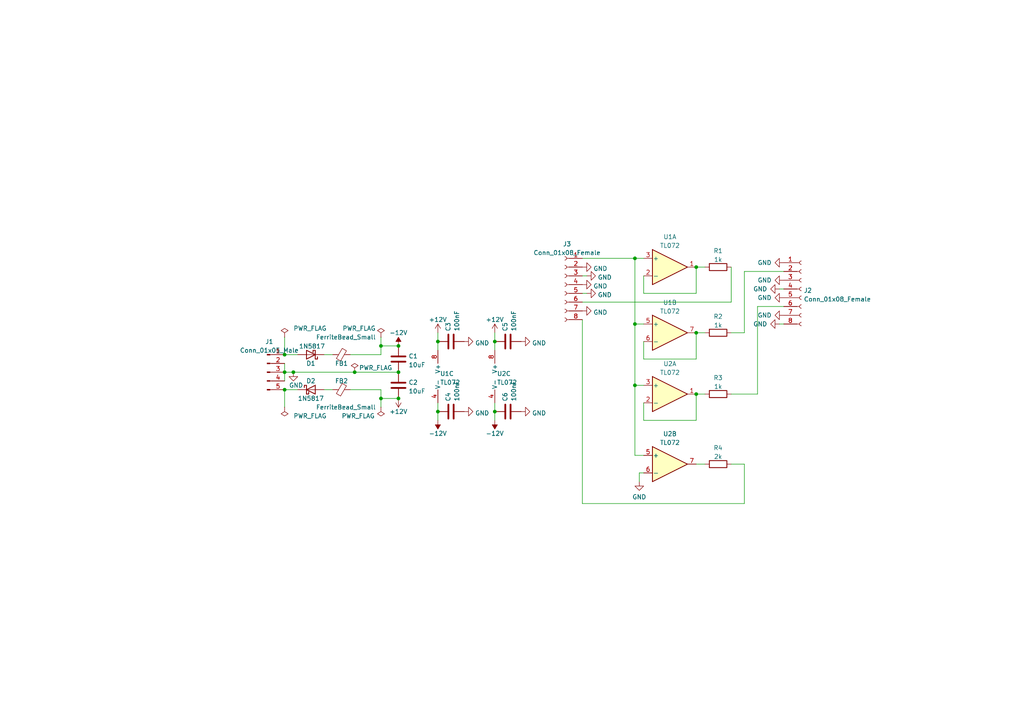
<source format=kicad_sch>
(kicad_sch (version 20211123) (generator eeschema)
  (paper "A4")
  (lib_symbols
    (symbol "Amplifier_Operational:TL072" (pin_names (offset 0.127))
      (property "Reference" "U" (at 0 5.08 0))
      (property "Value" "TL072" (at 0 -5.08 0))
      (symbol "TL072_1_1"
        (polyline (pts (xy -5.08 5.08) (xy 5.08 0) (xy -5.08 -5.08) (xy -5.08 5.08)) (stroke (width 0.254)) (fill (type background)))
        (pin output line (at 7.62 0 180) (length 2.54) (name "~") (number "1"))
        (pin input line (at -7.62 -2.54 0) (length 2.54) (name "-") (number "2"))
        (pin input line (at -7.62 2.54 0) (length 2.54) (name "+") (number "3"))
      )
      (symbol "TL072_2_1"
        (polyline (pts (xy -5.08 5.08) (xy 5.08 0) (xy -5.08 -5.08) (xy -5.08 5.08)) (stroke (width 0.254)) (fill (type background)))
        (pin input line (at -7.62 2.54 0) (length 2.54) (name "+") (number "5"))
        (pin input line (at -7.62 -2.54 0) (length 2.54) (name "-") (number "6"))
        (pin output line (at 7.62 0 180) (length 2.54) (name "~") (number "7"))
      )
      (symbol "TL072_3_1"
        (pin power_in line (at -2.54 -7.62 90) (length 3.81) (name "V-") (number "4"))
        (pin power_in line (at -2.54 7.62 270) (length 3.81) (name "V+") (number "8"))
      )
    )
    (symbol "Connector:Conn_01x05_Male" (pin_names (offset 1.016) hide)
      (property "Reference" "J" (at 0 7.62 0))
      (property "Value" "Conn_01x05_Male" (at 0 -7.62 0))
      (symbol "Conn_01x05_Male_1_1"
        (polyline (pts (xy 1.27 -5.08) (xy 0.8636 -5.08)) (stroke (width 0.1524)))
        (polyline (pts (xy 1.27 -2.54) (xy 0.8636 -2.54)) (stroke (width 0.1524)))
        (polyline (pts (xy 1.27 0) (xy 0.8636 0)) (stroke (width 0.1524)))
        (polyline (pts (xy 1.27 2.54) (xy 0.8636 2.54)) (stroke (width 0.1524)))
        (polyline (pts (xy 1.27 5.08) (xy 0.8636 5.08)) (stroke (width 0.1524)))
        (rectangle (start 0.8636 -4.953) (end 0 -5.207) (stroke (width 0.1524)) (fill (type outline)))
        (rectangle (start 0.8636 -2.413) (end 0 -2.667) (stroke (width 0.1524)) (fill (type outline)))
        (rectangle (start 0.8636 0.127) (end 0 -0.127) (stroke (width 0.1524)) (fill (type outline)))
        (rectangle (start 0.8636 2.667) (end 0 2.413) (stroke (width 0.1524)) (fill (type outline)))
        (rectangle (start 0.8636 5.207) (end 0 4.953) (stroke (width 0.1524)) (fill (type outline)))
        (pin passive line (at 5.08 5.08 180) (length 3.81) (name "Pin_1") (number "1"))
        (pin passive line (at 5.08 2.54 180) (length 3.81) (name "Pin_2") (number "2"))
        (pin passive line (at 5.08 0 180) (length 3.81) (name "Pin_3") (number "3"))
        (pin passive line (at 5.08 -2.54 180) (length 3.81) (name "Pin_4") (number "4"))
        (pin passive line (at 5.08 -5.08 180) (length 3.81) (name "Pin_5") (number "5"))
      )
    )
    (symbol "Connector:Conn_01x08_Female" (pin_names (offset 1.016) hide)
      (property "Reference" "J" (at 0 10.16 0))
      (property "Value" "Conn_01x08_Female" (at 0 -12.7 0))
      (symbol "Conn_01x08_Female_1_1"
        (arc (start 0 -9.652) (mid -0.508 -10.16) (end 0 -10.668) (stroke (width 0.1524)))
        (arc (start 0 -7.112) (mid -0.508 -7.62) (end 0 -8.128) (stroke (width 0.1524)))
        (arc (start 0 -4.572) (mid -0.508 -5.08) (end 0 -5.588) (stroke (width 0.1524)))
        (arc (start 0 -2.032) (mid -0.508 -2.54) (end 0 -3.048) (stroke (width 0.1524)))
        (polyline (pts (xy -1.27 -10.16) (xy -0.508 -10.16)) (stroke (width 0.1524)))
        (polyline (pts (xy -1.27 -7.62) (xy -0.508 -7.62)) (stroke (width 0.1524)))
        (polyline (pts (xy -1.27 -5.08) (xy -0.508 -5.08)) (stroke (width 0.1524)))
        (polyline (pts (xy -1.27 -2.54) (xy -0.508 -2.54)) (stroke (width 0.1524)))
        (polyline (pts (xy -1.27 0) (xy -0.508 0)) (stroke (width 0.1524)))
        (polyline (pts (xy -1.27 2.54) (xy -0.508 2.54)) (stroke (width 0.1524)))
        (polyline (pts (xy -1.27 5.08) (xy -0.508 5.08)) (stroke (width 0.1524)))
        (polyline (pts (xy -1.27 7.62) (xy -0.508 7.62)) (stroke (width 0.1524)))
        (arc (start 0 0.508) (mid -0.508 0) (end 0 -0.508) (stroke (width 0.1524)))
        (arc (start 0 3.048) (mid -0.508 2.54) (end 0 2.032) (stroke (width 0.1524)))
        (arc (start 0 5.588) (mid -0.508 5.08) (end 0 4.572) (stroke (width 0.1524)))
        (arc (start 0 8.128) (mid -0.508 7.62) (end 0 7.112) (stroke (width 0.1524)))
        (pin passive line (at -5.08 7.62 0) (length 3.81) (name "Pin_1") (number "1"))
        (pin passive line (at -5.08 5.08 0) (length 3.81) (name "Pin_2") (number "2"))
        (pin passive line (at -5.08 2.54 0) (length 3.81) (name "Pin_3") (number "3"))
        (pin passive line (at -5.08 0 0) (length 3.81) (name "Pin_4") (number "4"))
        (pin passive line (at -5.08 -2.54 0) (length 3.81) (name "Pin_5") (number "5"))
        (pin passive line (at -5.08 -5.08 0) (length 3.81) (name "Pin_6") (number "6"))
        (pin passive line (at -5.08 -7.62 0) (length 3.81) (name "Pin_7") (number "7"))
        (pin passive line (at -5.08 -10.16 0) (length 3.81) (name "Pin_8") (number "8"))
      )
    )
    (symbol "Device:C" (pin_numbers hide) (pin_names (offset 0.254))
      (property "Reference" "C" (at 0.635 2.54 0))
      (property "Value" "C" (at 0.635 -2.54 0))
      (symbol "C_0_1"
        (polyline (pts (xy -2.032 -0.762) (xy 2.032 -0.762)) (stroke (width 0.508)))
        (polyline (pts (xy -2.032 0.762) (xy 2.032 0.762)) (stroke (width 0.508)))
      )
      (symbol "C_1_1"
        (pin passive line (at 0 3.81 270) (length 2.794) (name "~") (number "1"))
        (pin passive line (at 0 -3.81 90) (length 2.794) (name "~") (number "2"))
      )
    )
    (symbol "Device:FerriteBead_Small" (pin_numbers hide) (pin_names (offset 0))
      (property "Reference" "FB" (at 1.905 1.27 0))
      (property "Value" "FerriteBead_Small" (at 1.905 -1.27 0))
      (symbol "FerriteBead_Small_0_1"
        (polyline (pts (xy 0 -1.27) (xy 0 -0.7874)))
        (polyline (pts (xy 0 0.889) (xy 0 1.2954)))
        (polyline (pts (xy -1.8288 0.2794) (xy -1.1176 1.4986) (xy 1.8288 -0.2032) (xy 1.1176 -1.4224) (xy -1.8288 0.2794)))
      )
      (symbol "FerriteBead_Small_1_1"
        (pin passive line (at 0 2.54 270) (length 1.27) (name "~") (number "1"))
        (pin passive line (at 0 -2.54 90) (length 1.27) (name "~") (number "2"))
      )
    )
    (symbol "Device:R" (pin_numbers hide) (pin_names (offset 0))
      (property "Reference" "R" (at 2.032 0 90))
      (property "Value" "R" (at 0 0 90))
      (symbol "R_0_1"
        (rectangle (start -1.016 -2.54) (end 1.016 2.54) (stroke (width 0.254)))
      )
      (symbol "R_1_1"
        (pin passive line (at 0 3.81 270) (length 1.27) (name "~") (number "1"))
        (pin passive line (at 0 -3.81 90) (length 1.27) (name "~") (number "2"))
      )
    )
    (symbol "Diode:1N5817" (pin_numbers hide) (pin_names (offset 1.016) hide)
      (property "Reference" "D" (at 0 2.54 0))
      (property "Value" "1N5817" (at 0 -2.54 0))
      (symbol "1N5817_0_1"
        (polyline (pts (xy 1.27 0) (xy -1.27 0)))
        (polyline (pts (xy 1.27 1.27) (xy 1.27 -1.27) (xy -1.27 0) (xy 1.27 1.27)) (stroke (width 0.254)))
        (polyline (pts (xy -1.905 0.635) (xy -1.905 1.27) (xy -1.27 1.27) (xy -1.27 -1.27) (xy -0.635 -1.27) (xy -0.635 -0.635)) (stroke (width 0.254)))
      )
      (symbol "1N5817_1_1"
        (pin passive line (at -3.81 0 0) (length 2.54) (name "K") (number "1"))
        (pin passive line (at 3.81 0 180) (length 2.54) (name "A") (number "2"))
      )
    )
    (symbol "power:+12V" (power) (pin_names (offset 0))
      (property "Value" "+12V" (at 0 3.556 0))
      (symbol "+12V_0_1"
        (polyline (pts (xy -0.762 1.27) (xy 0 2.54)))
        (polyline (pts (xy 0 0) (xy 0 2.54)))
        (polyline (pts (xy 0 2.54) (xy 0.762 1.27)))
      )
      (symbol "+12V_1_1"
        (pin power_in line (at 0 0 90) (length 0) hide (name "+12V") (number "1"))
      )
    )
    (symbol "power:-12V" (power) (pin_names (offset 0))
      (property "Value" "-12V" (at 0 3.81 0))
      (symbol "-12V_0_0"
        (pin power_in line (at 0 0 90) (length 0) hide (name "-12V") (number "1"))
      )
      (symbol "-12V_0_1"
        (polyline (pts (xy 0 0) (xy 0 1.27) (xy 0.762 1.27) (xy 0 2.54) (xy -0.762 1.27) (xy 0 1.27)) (fill (type outline)))
      )
    )
    (symbol "power:GND" (power) (pin_names (offset 0))
      (property "Value" "GND" (at 0 -3.81 0))
      (symbol "GND_0_1"
        (polyline (pts (xy 0 0) (xy 0 -1.27) (xy 1.27 -1.27) (xy 0 -2.54) (xy -1.27 -1.27) (xy 0 -1.27)))
      )
      (symbol "GND_1_1"
        (pin power_in line (at 0 0 270) (length 0) hide (name "GND") (number "1"))
      )
    )
    (symbol "power:PWR_FLAG" (power) (pin_numbers hide) (pin_names (offset 0) hide)
      (property "Value" "PWR_FLAG" (at 0 3.81 0))
      (symbol "PWR_FLAG_0_0"
        (pin power_out line (at 0 0 90) (length 0) (name "pwr") (number "1"))
      )
      (symbol "PWR_FLAG_0_1"
        (polyline (pts (xy 0 0) (xy 0 1.27) (xy -1.016 1.905) (xy 0 2.54) (xy 1.016 1.905) (xy 0 1.27)))
      )
    )
  )
  (junction (at 102.87 107.95))
  (junction (at 201.93 96.52))
  (junction (at 110.49 100.33))
  (junction (at 143.51 119.38))
  (junction (at 115.57 115.57))
  (junction (at 82.55 113.03))
  (junction (at 201.93 77.47))
  (junction (at 110.49 115.57))
  (junction (at 127 119.38))
  (junction (at 184.15 93.98))
  (junction (at 115.57 107.95))
  (junction (at 184.15 74.93))
  (junction (at 82.55 107.95))
  (junction (at 184.15 111.76))
  (junction (at 85.09 107.95))
  (junction (at 143.51 99.06))
  (junction (at 201.93 114.3))
  (junction (at 127 99.06))
  (junction (at 82.55 102.87))
  (junction (at 115.57 100.33))
  (wire (pts (xy 168.91 146.05) (xy 215.9 146.05)))
  (wire (pts (xy 186.69 85.09) (xy 201.93 85.09)))
  (wire (pts (xy 226.06 83.82) (xy 227.33 83.82)))
  (wire (pts (xy 226.06 93.98) (xy 227.33 93.98)))
  (wire (pts (xy 85.09 107.95) (xy 102.87 107.95)))
  (wire (pts (xy 215.9 96.52) (xy 215.9 78.74)))
  (wire (pts (xy 96.52 113.03) (xy 93.98 113.03)))
  (wire (pts (xy 168.91 92.71) (xy 168.91 146.05)))
  (wire (pts (xy 219.71 114.3) (xy 212.09 114.3)))
  (wire (pts (xy 115.57 115.57) (xy 110.49 115.57)))
  (wire (pts (xy 127 99.06) (xy 127 101.6)))
  (wire (pts (xy 82.55 113.03) (xy 82.55 118.11)))
  (wire (pts (xy 143.51 99.06) (xy 143.51 101.6)))
  (wire (pts (xy 215.9 134.62) (xy 212.09 134.62)))
  (wire (pts (xy 110.49 118.11) (xy 110.49 115.57)))
  (wire (pts (xy 212.09 77.47) (xy 212.09 87.63)))
  (wire (pts (xy 110.49 115.57) (xy 110.49 113.03)))
  (wire (pts (xy 185.42 137.16) (xy 185.42 139.7)))
  (wire (pts (xy 201.93 77.47) (xy 204.47 77.47)))
  (wire (pts (xy 82.55 105.41) (xy 82.55 107.95)))
  (wire (pts (xy 212.09 96.52) (xy 215.9 96.52)))
  (wire (pts (xy 82.55 97.79) (xy 82.55 102.87)))
  (wire (pts (xy 186.69 104.14) (xy 201.93 104.14)))
  (wire (pts (xy 184.15 74.93) (xy 184.15 93.98)))
  (wire (pts (xy 127 121.92) (xy 127 119.38)))
  (wire (pts (xy 143.51 119.38) (xy 143.51 116.84)))
  (wire (pts (xy 201.93 85.09) (xy 201.93 77.47)))
  (wire (pts (xy 127 96.52) (xy 127 99.06)))
  (wire (pts (xy 102.87 107.95) (xy 115.57 107.95)))
  (wire (pts (xy 110.49 100.33) (xy 110.49 102.87)))
  (wire (pts (xy 82.55 102.87) (xy 86.36 102.87)))
  (wire (pts (xy 215.9 78.74) (xy 227.33 78.74)))
  (wire (pts (xy 168.91 74.93) (xy 184.15 74.93)))
  (wire (pts (xy 201.93 114.3) (xy 204.47 114.3)))
  (wire (pts (xy 115.57 100.33) (xy 110.49 100.33)))
  (wire (pts (xy 96.52 102.87) (xy 93.98 102.87)))
  (wire (pts (xy 82.55 113.03) (xy 86.36 113.03)))
  (wire (pts (xy 186.69 121.92) (xy 201.93 121.92)))
  (wire (pts (xy 85.09 107.95) (xy 82.55 107.95)))
  (wire (pts (xy 201.93 96.52) (xy 204.47 96.52)))
  (wire (pts (xy 168.91 85.09) (xy 170.18 85.09)))
  (wire (pts (xy 219.71 88.9) (xy 219.71 114.3)))
  (wire (pts (xy 143.51 121.92) (xy 143.51 119.38)))
  (wire (pts (xy 143.51 96.52) (xy 143.51 99.06)))
  (wire (pts (xy 186.69 80.01) (xy 186.69 85.09)))
  (wire (pts (xy 110.49 97.79) (xy 110.49 100.33)))
  (wire (pts (xy 212.09 87.63) (xy 168.91 87.63)))
  (wire (pts (xy 184.15 132.08) (xy 184.15 111.76)))
  (wire (pts (xy 110.49 113.03) (xy 101.6 113.03)))
  (wire (pts (xy 201.93 134.62) (xy 204.47 134.62)))
  (wire (pts (xy 82.55 107.95) (xy 82.55 110.49)))
  (wire (pts (xy 184.15 111.76) (xy 186.69 111.76)))
  (wire (pts (xy 184.15 93.98) (xy 184.15 111.76)))
  (wire (pts (xy 185.42 137.16) (xy 186.69 137.16)))
  (wire (pts (xy 127 119.38) (xy 127 116.84)))
  (wire (pts (xy 227.33 88.9) (xy 219.71 88.9)))
  (wire (pts (xy 186.69 116.84) (xy 186.69 121.92)))
  (wire (pts (xy 201.93 121.92) (xy 201.93 114.3)))
  (wire (pts (xy 186.69 99.06) (xy 186.69 104.14)))
  (wire (pts (xy 186.69 132.08) (xy 184.15 132.08)))
  (wire (pts (xy 215.9 146.05) (xy 215.9 134.62)))
  (wire (pts (xy 186.69 93.98) (xy 184.15 93.98)))
  (wire (pts (xy 186.69 74.93) (xy 184.15 74.93)))
  (wire (pts (xy 201.93 104.14) (xy 201.93 96.52)))
  (wire (pts (xy 168.91 80.01) (xy 170.18 80.01)))
  (wire (pts (xy 110.49 102.87) (xy 101.6 102.87)))
  (symbol (lib_id "Device:C") (at 147.32 119.38 90) (unit 1)
    (property "Reference" "C6" (at 146.4853 116.459 0) (effects (justify left)))
    (property "Value" "100nF" (at 149.0222 116.459 0) (effects (justify left)))
    (property "Footprint" "Capacitor_SMD:C_0603_1608Metric" (effects hide))
  )
  (symbol (lib_id "Connector:Conn_01x08_Female") (at 163.83 82.55 0) (mirror y) (unit 1)
    (property "Reference" "J3" (at 164.465 70.773 0))
    (property "Value" "Conn_01x08_Female" (at 164.465 73.3099 0))
    (property "Footprint" "Connector_PinSocket_2.54mm:PinSocket_1x08_P2.54mm_Vertical" (effects hide))
  )
  (symbol (lib_id "power:PWR_FLAG") (at 110.49 97.79 0) (unit 1)
    (property "Reference" "#FLG0104" (effects hide))
    (property "Value" "PWR_FLAG" (at 104.14 95.25 0))
  )
  (symbol (lib_id "power:GND") (at 170.18 80.01 90) (unit 1)
    (property "Reference" "#PWR0110" (effects hide))
    (property "Value" "GND" (at 173.355 80.4438 90) (effects (justify right)))
  )
  (symbol (lib_id "power:GND") (at 151.13 119.38 90) (unit 1)
    (property "Reference" "#PWR05" (effects hide))
    (property "Value" "GND" (at 154.305 119.8138 90) (effects (justify right)))
  )
  (symbol (lib_id "power:+12V") (at 115.57 115.57 180) (unit 1)
    (property "Reference" "#PWR0104" (effects hide))
    (property "Value" "+12V" (at 115.57 119.38 0))
  )
  (symbol (lib_id "power:GND") (at 185.42 139.7 0) (unit 1)
    (property "Reference" "#PWR0111" (effects hide))
    (property "Value" "GND" (at 185.42 144.1434 0))
  )
  (symbol (lib_id "Amplifier_Operational:TL072") (at 194.31 134.62 0) (unit 2)
    (property "Reference" "U2" (at 194.31 125.8402 0))
    (property "Value" "TL072" (at 194.31 128.3771 0))
    (property "Footprint" "Package_SO:SOIC-8_3.9x4.9mm_P1.27mm" (effects hide))
    (property "Datasheet" "http://www.ti.com/lit/ds/symlink/tl071.pdf" (effects hide))
  )
  (symbol (lib_id "Device:C") (at 115.57 111.76 0) (unit 1)
    (property "Reference" "C2" (at 118.491 110.9253 0) (effects (justify left)))
    (property "Value" "10uF" (at 118.491 113.4622 0) (effects (justify left)))
    (property "Footprint" "Capacitor_SMD:C_0805_2012Metric" (effects hide))
  )
  (symbol (lib_id "Diode:1N5817") (at 90.17 102.87 180) (unit 1)
    (property "Reference" "D1" (at 90.17 105.41 0))
    (property "Value" "1N5817" (at 90.4875 100.4371 0))
    (property "Footprint" "Diode_SMD:D_SOD-123" (effects hide))
    (property "Datasheet" "http://www.vishay.com/docs/88525/1n5817.pdf" (effects hide))
  )
  (symbol (lib_id "power:-12V") (at 127 121.92 180) (unit 1)
    (property "Reference" "#PWR06" (effects hide))
    (property "Value" "-12V" (at 127 125.73 0))
  )
  (symbol (lib_id "Amplifier_Operational:TL072") (at 194.31 96.52 0) (unit 2)
    (property "Reference" "U1" (at 194.31 87.7402 0))
    (property "Value" "TL072" (at 194.31 90.2771 0))
    (property "Footprint" "Package_SO:SOIC-8_3.9x4.9mm_P1.27mm" (effects hide))
    (property "Datasheet" "http://www.ti.com/lit/ds/symlink/tl071.pdf" (effects hide))
  )
  (symbol (lib_id "Amplifier_Operational:TL072") (at 146.05 109.22 0) (unit 3)
    (property "Reference" "U2" (at 144.145 108.3853 0) (effects (justify left)))
    (property "Value" "TL072" (at 144.145 110.9222 0) (effects (justify left)))
    (property "Footprint" "Package_SO:SOIC-8_3.9x4.9mm_P1.27mm" (effects hide))
    (property "Datasheet" "http://www.ti.com/lit/ds/symlink/tl071.pdf" (effects hide))
  )
  (symbol (lib_id "power:GND") (at 168.91 77.47 90) (unit 1)
    (property "Reference" "#PWR0109" (effects hide))
    (property "Value" "GND" (at 172.085 77.9038 90) (effects (justify right)))
  )
  (symbol (lib_id "Diode:1N5817") (at 90.17 113.03 0) (unit 1)
    (property "Reference" "D2" (at 90.17 110.49 0))
    (property "Value" "1N5817" (at 90.17 115.57 0))
    (property "Footprint" "Diode_SMD:D_SOD-123" (effects hide))
    (property "Datasheet" "http://www.vishay.com/docs/88525/1n5817.pdf" (effects hide))
  )
  (symbol (lib_id "power:+12V") (at 127 96.52 0) (unit 1)
    (property "Reference" "#PWR01" (effects hide))
    (property "Value" "+12V" (at 127 92.71 0))
  )
  (symbol (lib_id "power:GND") (at 134.62 119.38 90) (unit 1)
    (property "Reference" "#PWR04" (effects hide))
    (property "Value" "GND" (at 137.795 119.8138 90) (effects (justify right)))
  )
  (symbol (lib_id "power:PWR_FLAG") (at 110.49 118.11 180) (unit 1)
    (property "Reference" "#FLG0103" (effects hide))
    (property "Value" "PWR_FLAG" (at 99.06 120.65 0) (effects (justify right)))
  )
  (symbol (lib_id "power:+12V") (at 143.51 96.52 0) (unit 1)
    (property "Reference" "#PWR0118" (effects hide))
    (property "Value" "+12V" (at 143.51 92.71 0))
  )
  (symbol (lib_id "power:PWR_FLAG") (at 82.55 118.11 180) (unit 1)
    (property "Reference" "#FLG0101" (effects hide))
    (property "Value" "PWR_FLAG" (at 85.09 120.65 0) (effects (justify right)))
  )
  (symbol (lib_id "power:GND") (at 168.91 90.17 90) (unit 1)
    (property "Reference" "#PWR0106" (effects hide))
    (property "Value" "GND" (at 172.085 90.6038 90) (effects (justify right)))
  )
  (symbol (lib_id "power:GND") (at 227.33 76.2 270) (mirror x) (unit 1)
    (property "Reference" "#PWR0117" (effects hide))
    (property "Value" "GND" (at 219.71 76.2 90) (effects (justify left)))
  )
  (symbol (lib_id "Connector:Conn_01x08_Female") (at 232.41 83.82 0) (unit 1)
    (property "Reference" "J2" (at 233.1212 84.2553 0) (effects (justify left)))
    (property "Value" "Conn_01x08_Female" (at 233.1212 86.7922 0) (effects (justify left)))
    (property "Footprint" "Connector_PinSocket_2.54mm:PinSocket_1x08_P2.54mm_Vertical" (effects hide))
  )
  (symbol (lib_id "Device:C") (at 130.81 99.06 90) (unit 1)
    (property "Reference" "C3" (at 129.9753 96.139 0) (effects (justify left)))
    (property "Value" "100nF" (at 132.5122 96.139 0) (effects (justify left)))
    (property "Footprint" "Capacitor_SMD:C_0603_1608Metric" (effects hide))
  )
  (symbol (lib_id "Amplifier_Operational:TL072") (at 129.54 109.22 0) (unit 3)
    (property "Reference" "U1" (at 127.635 108.3853 0) (effects (justify left)))
    (property "Value" "TL072" (at 127.635 110.9222 0) (effects (justify left)))
    (property "Footprint" "Package_SO:SOIC-8_3.9x4.9mm_P1.27mm" (effects hide))
    (property "Datasheet" "http://www.ti.com/lit/ds/symlink/tl071.pdf" (effects hide))
  )
  (symbol (lib_id "power:GND") (at 226.06 93.98 270) (mirror x) (unit 1)
    (property "Reference" "#PWR0116" (effects hide))
    (property "Value" "GND" (at 218.44 93.98 90) (effects (justify left)))
  )
  (symbol (lib_id "power:GND") (at 227.33 86.36 270) (mirror x) (unit 1)
    (property "Reference" "#PWR0115" (effects hide))
    (property "Value" "GND" (at 219.71 86.36 90) (effects (justify left)))
  )
  (symbol (lib_id "Device:FerriteBead_Small") (at 99.06 113.03 90) (unit 1)
    (property "Reference" "FB2" (at 99.06 110.49 90))
    (property "Value" "FerriteBead_Small" (at 100.33 118.11 90))
    (property "Footprint" "Resistor_SMD:R_0603_1608Metric" (effects hide))
  )
  (symbol (lib_id "power:GND") (at 151.13 99.06 90) (unit 1)
    (property "Reference" "#PWR03" (effects hide))
    (property "Value" "GND" (at 154.305 99.4938 90) (effects (justify right)))
  )
  (symbol (lib_id "Device:R") (at 208.28 96.52 90) (unit 1)
    (property "Reference" "R2" (at 208.28 91.8042 90))
    (property "Value" "1k" (at 208.28 94.3411 90))
    (property "Footprint" "Resistor_SMD:R_0603_1608Metric" (effects hide))
  )
  (symbol (lib_id "Device:C") (at 115.57 104.14 0) (unit 1)
    (property "Reference" "C1" (at 118.491 103.3053 0) (effects (justify left)))
    (property "Value" "10uF" (at 118.491 105.8422 0) (effects (justify left)))
    (property "Footprint" "Capacitor_SMD:C_0805_2012Metric" (effects hide))
  )
  (symbol (lib_id "power:GND") (at 134.62 99.06 90) (unit 1)
    (property "Reference" "#PWR02" (effects hide))
    (property "Value" "GND" (at 137.795 99.4938 90) (effects (justify right)))
  )
  (symbol (lib_id "power:-12V") (at 143.51 121.92 180) (unit 1)
    (property "Reference" "#PWR0119" (effects hide))
    (property "Value" "-12V" (at 143.51 125.73 0))
  )
  (symbol (lib_id "Device:C") (at 147.32 99.06 90) (unit 1)
    (property "Reference" "C5" (at 146.4853 96.139 0) (effects (justify left)))
    (property "Value" "100nF" (at 149.0222 96.139 0) (effects (justify left)))
    (property "Footprint" "Capacitor_SMD:C_0603_1608Metric" (effects hide))
  )
  (symbol (lib_id "Device:FerriteBead_Small") (at 99.06 102.87 90) (unit 1)
    (property "Reference" "FB1" (at 99.06 105.41 90))
    (property "Value" "FerriteBead_Small" (at 100.33 97.79 90))
    (property "Footprint" "Resistor_SMD:R_0603_1608Metric" (effects hide))
  )
  (symbol (lib_id "power:GND") (at 85.09 107.95 0) (unit 1)
    (property "Reference" "#PWR0102" (effects hide))
    (property "Value" "GND" (at 83.82 111.76 0) (effects (justify left)))
  )
  (symbol (lib_id "power:GND") (at 168.91 82.55 90) (unit 1)
    (property "Reference" "#PWR0101" (effects hide))
    (property "Value" "GND" (at 172.085 82.9838 90) (effects (justify right)))
  )
  (symbol (lib_id "Amplifier_Operational:TL072") (at 194.31 114.3 0) (unit 1)
    (property "Reference" "U2" (at 194.31 105.5202 0))
    (property "Value" "TL072" (at 194.31 108.0571 0))
    (property "Footprint" "Package_SO:SOIC-8_3.9x4.9mm_P1.27mm" (effects hide))
    (property "Datasheet" "http://www.ti.com/lit/ds/symlink/tl071.pdf" (effects hide))
  )
  (symbol (lib_id "power:GND") (at 227.33 91.44 270) (mirror x) (unit 1)
    (property "Reference" "#PWR0113" (effects hide))
    (property "Value" "GND" (at 219.71 91.44 90) (effects (justify left)))
  )
  (symbol (lib_id "power:PWR_FLAG") (at 82.55 97.79 0) (unit 1)
    (property "Reference" "#FLG0102" (effects hide))
    (property "Value" "PWR_FLAG" (at 85.09 95.25 0) (effects (justify left)))
  )
  (symbol (lib_id "Device:R") (at 208.28 77.47 90) (unit 1)
    (property "Reference" "R1" (at 208.28 72.7542 90))
    (property "Value" "1k" (at 208.28 75.2911 90))
    (property "Footprint" "Resistor_SMD:R_0603_1608Metric" (effects hide))
  )
  (symbol (lib_id "Device:C") (at 130.81 119.38 90) (unit 1)
    (property "Reference" "C4" (at 129.9753 116.459 0) (effects (justify left)))
    (property "Value" "100nF" (at 132.5122 116.459 0) (effects (justify left)))
    (property "Footprint" "Capacitor_SMD:C_0603_1608Metric" (effects hide))
  )
  (symbol (lib_id "Device:R") (at 208.28 134.62 90) (unit 1)
    (property "Reference" "R4" (at 208.28 129.9042 90))
    (property "Value" "2k" (at 208.28 132.4411 90))
    (property "Footprint" "Resistor_SMD:R_0603_1608Metric" (effects hide))
  )
  (symbol (lib_id "power:GND") (at 226.06 83.82 270) (mirror x) (unit 1)
    (property "Reference" "#PWR0114" (effects hide))
    (property "Value" "GND" (at 218.44 83.82 90) (effects (justify left)))
  )
  (symbol (lib_id "power:GND") (at 170.18 85.09 90) (unit 1)
    (property "Reference" "#PWR0105" (effects hide))
    (property "Value" "GND" (at 173.355 85.5238 90) (effects (justify right)))
  )
  (symbol (lib_id "power:-12V") (at 115.57 100.33 0) (unit 1)
    (property "Reference" "#PWR0103" (effects hide))
    (property "Value" "-12V" (at 115.57 96.52 0))
  )
  (symbol (lib_id "power:PWR_FLAG") (at 102.87 107.95 0) (unit 1)
    (property "Reference" "#FLG0105" (effects hide))
    (property "Value" "PWR_FLAG" (at 104.14 106.68 0) (effects (justify left)))
  )
  (symbol (lib_id "power:GND") (at 227.33 81.28 270) (mirror x) (unit 1)
    (property "Reference" "#PWR0112" (effects hide))
    (property "Value" "GND" (at 219.71 81.28 90) (effects (justify left)))
  )
  (symbol (lib_id "Device:R") (at 208.28 114.3 90) (unit 1)
    (property "Reference" "R3" (at 208.28 109.5842 90))
    (property "Value" "1k" (at 208.28 112.1211 90))
    (property "Footprint" "Resistor_SMD:R_0603_1608Metric" (effects hide))
  )
  (symbol (lib_id "Amplifier_Operational:TL072") (at 194.31 77.47 0) (unit 1)
    (property "Reference" "U1" (at 194.31 68.6902 0))
    (property "Value" "TL072" (at 194.31 71.2271 0))
    (property "Footprint" "Package_SO:SOIC-8_3.9x4.9mm_P1.27mm" (effects hide))
    (property "Datasheet" "http://www.ti.com/lit/ds/symlink/tl071.pdf" (effects hide))
  )
  (symbol (lib_id "Connector:Conn_01x05_Male") (at 77.47 107.95 0) (unit 1)
    (property "Reference" "J1" (at 78.105 99.094 0))
    (property "Value" "Conn_01x05_Male" (at 78.105 101.6309 0))
    (property "Footprint" "Connector_PinHeader_2.54mm:PinHeader_1x05_P2.54mm_Vertical" (effects hide))
  )
)
</source>
